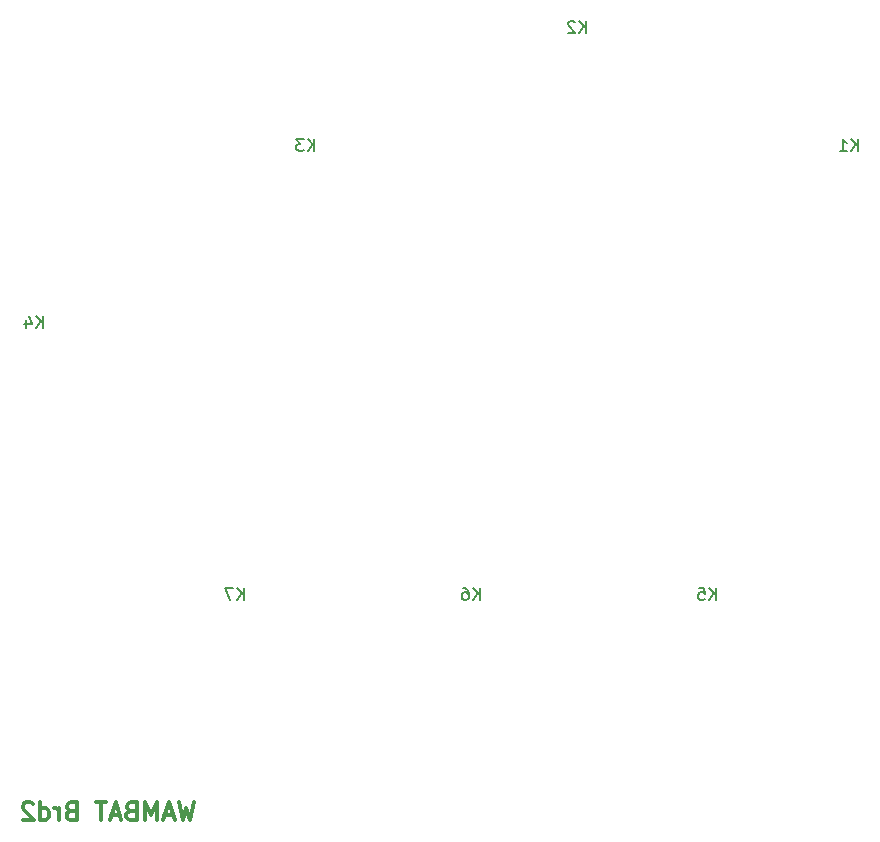
<source format=gbr>
G04 #@! TF.FileFunction,Legend,Bot*
%FSLAX46Y46*%
G04 Gerber Fmt 4.6, Leading zero omitted, Abs format (unit mm)*
G04 Created by KiCad (PCBNEW 4.0.7) date 12/09/17 16:12:22*
%MOMM*%
%LPD*%
G01*
G04 APERTURE LIST*
%ADD10C,0.100000*%
%ADD11C,0.300000*%
%ADD12C,0.200000*%
G04 APERTURE END LIST*
D10*
D11*
X126035713Y-109928571D02*
X125678570Y-111428571D01*
X125392856Y-110357143D01*
X125107142Y-111428571D01*
X124749999Y-109928571D01*
X124249999Y-111000000D02*
X123535713Y-111000000D01*
X124392856Y-111428571D02*
X123892856Y-109928571D01*
X123392856Y-111428571D01*
X122892856Y-111428571D02*
X122892856Y-109928571D01*
X122392856Y-111000000D01*
X121892856Y-109928571D01*
X121892856Y-111428571D01*
X120678570Y-110642857D02*
X120464284Y-110714286D01*
X120392856Y-110785714D01*
X120321427Y-110928571D01*
X120321427Y-111142857D01*
X120392856Y-111285714D01*
X120464284Y-111357143D01*
X120607142Y-111428571D01*
X121178570Y-111428571D01*
X121178570Y-109928571D01*
X120678570Y-109928571D01*
X120535713Y-110000000D01*
X120464284Y-110071429D01*
X120392856Y-110214286D01*
X120392856Y-110357143D01*
X120464284Y-110500000D01*
X120535713Y-110571429D01*
X120678570Y-110642857D01*
X121178570Y-110642857D01*
X119749999Y-111000000D02*
X119035713Y-111000000D01*
X119892856Y-111428571D02*
X119392856Y-109928571D01*
X118892856Y-111428571D01*
X118607142Y-109928571D02*
X117749999Y-109928571D01*
X118178570Y-111428571D02*
X118178570Y-109928571D01*
X115607142Y-110642857D02*
X115392856Y-110714286D01*
X115321428Y-110785714D01*
X115249999Y-110928571D01*
X115249999Y-111142857D01*
X115321428Y-111285714D01*
X115392856Y-111357143D01*
X115535714Y-111428571D01*
X116107142Y-111428571D01*
X116107142Y-109928571D01*
X115607142Y-109928571D01*
X115464285Y-110000000D01*
X115392856Y-110071429D01*
X115321428Y-110214286D01*
X115321428Y-110357143D01*
X115392856Y-110500000D01*
X115464285Y-110571429D01*
X115607142Y-110642857D01*
X116107142Y-110642857D01*
X114607142Y-111428571D02*
X114607142Y-110428571D01*
X114607142Y-110714286D02*
X114535714Y-110571429D01*
X114464285Y-110500000D01*
X114321428Y-110428571D01*
X114178571Y-110428571D01*
X113035714Y-111428571D02*
X113035714Y-109928571D01*
X113035714Y-111357143D02*
X113178571Y-111428571D01*
X113464285Y-111428571D01*
X113607143Y-111357143D01*
X113678571Y-111285714D01*
X113750000Y-111142857D01*
X113750000Y-110714286D01*
X113678571Y-110571429D01*
X113607143Y-110500000D01*
X113464285Y-110428571D01*
X113178571Y-110428571D01*
X113035714Y-110500000D01*
X112392857Y-110071429D02*
X112321428Y-110000000D01*
X112178571Y-109928571D01*
X111821428Y-109928571D01*
X111678571Y-110000000D01*
X111607142Y-110071429D01*
X111535714Y-110214286D01*
X111535714Y-110357143D01*
X111607142Y-110571429D01*
X112464285Y-111428571D01*
X111535714Y-111428571D01*
D12*
X182238095Y-54770381D02*
X182238095Y-53770381D01*
X181666666Y-54770381D02*
X182095238Y-54198952D01*
X181666666Y-53770381D02*
X182238095Y-54341810D01*
X180714285Y-54770381D02*
X181285714Y-54770381D01*
X181000000Y-54770381D02*
X181000000Y-53770381D01*
X181095238Y-53913238D01*
X181190476Y-54008476D01*
X181285714Y-54056095D01*
X159238095Y-44770381D02*
X159238095Y-43770381D01*
X158666666Y-44770381D02*
X159095238Y-44198952D01*
X158666666Y-43770381D02*
X159238095Y-44341810D01*
X158285714Y-43865619D02*
X158238095Y-43818000D01*
X158142857Y-43770381D01*
X157904761Y-43770381D01*
X157809523Y-43818000D01*
X157761904Y-43865619D01*
X157714285Y-43960857D01*
X157714285Y-44056095D01*
X157761904Y-44198952D01*
X158333333Y-44770381D01*
X157714285Y-44770381D01*
X136238095Y-54770381D02*
X136238095Y-53770381D01*
X135666666Y-54770381D02*
X136095238Y-54198952D01*
X135666666Y-53770381D02*
X136238095Y-54341810D01*
X135333333Y-53770381D02*
X134714285Y-53770381D01*
X135047619Y-54151333D01*
X134904761Y-54151333D01*
X134809523Y-54198952D01*
X134761904Y-54246571D01*
X134714285Y-54341810D01*
X134714285Y-54579905D01*
X134761904Y-54675143D01*
X134809523Y-54722762D01*
X134904761Y-54770381D01*
X135190476Y-54770381D01*
X135285714Y-54722762D01*
X135333333Y-54675143D01*
X113238095Y-69770381D02*
X113238095Y-68770381D01*
X112666666Y-69770381D02*
X113095238Y-69198952D01*
X112666666Y-68770381D02*
X113238095Y-69341810D01*
X111809523Y-69103714D02*
X111809523Y-69770381D01*
X112047619Y-68722762D02*
X112285714Y-69437048D01*
X111666666Y-69437048D01*
X170238095Y-92770381D02*
X170238095Y-91770381D01*
X169666666Y-92770381D02*
X170095238Y-92198952D01*
X169666666Y-91770381D02*
X170238095Y-92341810D01*
X168761904Y-91770381D02*
X169238095Y-91770381D01*
X169285714Y-92246571D01*
X169238095Y-92198952D01*
X169142857Y-92151333D01*
X168904761Y-92151333D01*
X168809523Y-92198952D01*
X168761904Y-92246571D01*
X168714285Y-92341810D01*
X168714285Y-92579905D01*
X168761904Y-92675143D01*
X168809523Y-92722762D01*
X168904761Y-92770381D01*
X169142857Y-92770381D01*
X169238095Y-92722762D01*
X169285714Y-92675143D01*
X150238095Y-92770381D02*
X150238095Y-91770381D01*
X149666666Y-92770381D02*
X150095238Y-92198952D01*
X149666666Y-91770381D02*
X150238095Y-92341810D01*
X148809523Y-91770381D02*
X149000000Y-91770381D01*
X149095238Y-91818000D01*
X149142857Y-91865619D01*
X149238095Y-92008476D01*
X149285714Y-92198952D01*
X149285714Y-92579905D01*
X149238095Y-92675143D01*
X149190476Y-92722762D01*
X149095238Y-92770381D01*
X148904761Y-92770381D01*
X148809523Y-92722762D01*
X148761904Y-92675143D01*
X148714285Y-92579905D01*
X148714285Y-92341810D01*
X148761904Y-92246571D01*
X148809523Y-92198952D01*
X148904761Y-92151333D01*
X149095238Y-92151333D01*
X149190476Y-92198952D01*
X149238095Y-92246571D01*
X149285714Y-92341810D01*
X130238095Y-92770381D02*
X130238095Y-91770381D01*
X129666666Y-92770381D02*
X130095238Y-92198952D01*
X129666666Y-91770381D02*
X130238095Y-92341810D01*
X129333333Y-91770381D02*
X128666666Y-91770381D01*
X129095238Y-92770381D01*
M02*

</source>
